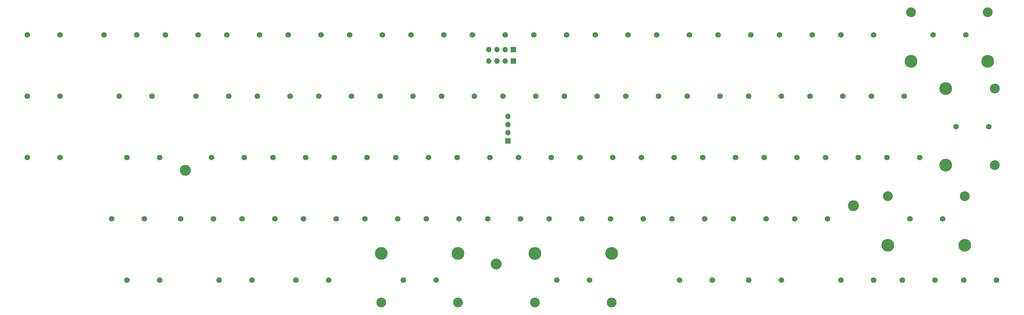
<source format=gbr>
%TF.GenerationSoftware,KiCad,Pcbnew,7.0.7*%
%TF.CreationDate,2023-11-08T12:28:34+01:00*%
%TF.ProjectId,macrolev,6d616372-6f6c-4657-962e-6b696361645f,1.0*%
%TF.SameCoordinates,Original*%
%TF.FileFunction,Soldermask,Top*%
%TF.FilePolarity,Negative*%
%FSLAX46Y46*%
G04 Gerber Fmt 4.6, Leading zero omitted, Abs format (unit mm)*
G04 Created by KiCad (PCBNEW 7.0.7) date 2023-11-08 12:28:34*
%MOMM*%
%LPD*%
G01*
G04 APERTURE LIST*
%ADD10C,1.750000*%
%ADD11C,3.048000*%
%ADD12C,3.987800*%
%ADD13R,1.700000X1.700000*%
%ADD14O,1.700000X1.700000*%
%ADD15C,3.400000*%
G04 APERTURE END LIST*
D10*
%TO.C,( 5*%
X153982500Y-40000000D03*
X164142500Y-40000000D03*
%TD*%
%TO.C,enter*%
X323051250Y-68575000D03*
X333211250Y-68575000D03*
%TD*%
%TO.C,a*%
X87307500Y-59050000D03*
X97467500Y-59050000D03*
%TD*%
%TO.C,e*%
X125407500Y-59050000D03*
X135567500Y-59050000D03*
%TD*%
%TO.C,q*%
X92070000Y-78100000D03*
X102230000Y-78100000D03*
%TD*%
%TO.C,m*%
X263520000Y-78100000D03*
X273680000Y-78100000D03*
%TD*%
%TO.C,; .*%
X234945000Y-97150000D03*
X245105000Y-97150000D03*
%TD*%
%TO.C,j*%
X206370000Y-78100000D03*
X216530000Y-78100000D03*
%TD*%
%TO.C,$ \u002A \u20AC*%
X296857500Y-59050000D03*
X307017500Y-59050000D03*
%TD*%
%TO.C,backspace*%
X315920000Y-40000000D03*
X326080000Y-40000000D03*
%TD*%
%TO.C,y*%
X182557500Y-59050000D03*
X192717500Y-59050000D03*
%TD*%
%TO.C,= +*%
X273045000Y-97150000D03*
X283205000Y-97150000D03*
%TD*%
%TO.C,: /*%
X253995000Y-97150000D03*
X264155000Y-97150000D03*
%TD*%
%TO.C,rshift*%
X308763750Y-97150000D03*
X318923750Y-97150000D03*
%TD*%
D11*
%TO.C,REF\u002A\u002A*%
X216212500Y-123185000D03*
D12*
X216212500Y-107945000D03*
D11*
X192400000Y-123185000D03*
D12*
X192400000Y-107945000D03*
%TD*%
D10*
%TO.C,\u00F9 \u0025*%
X282570000Y-78100000D03*
X292730000Y-78100000D03*
%TD*%
%TO.C,left*%
X287332500Y-116200000D03*
X297492500Y-116200000D03*
%TD*%
%TO.C,f*%
X149220000Y-78100000D03*
X159380000Y-78100000D03*
%TD*%
%TO.C,caps lock*%
X65876250Y-78100000D03*
X76036250Y-78100000D03*
%TD*%
%TO.C,n*%
X196845000Y-97150000D03*
X207005000Y-97150000D03*
%TD*%
%TO.C,` \u00A3*%
X301620000Y-78100000D03*
X311780000Y-78100000D03*
%TD*%
%TO.C,r*%
X144457500Y-59050000D03*
X154617500Y-59050000D03*
%TD*%
%TO.C,t*%
X163507500Y-59050000D03*
X173667500Y-59050000D03*
%TD*%
%TO.C,p*%
X258757500Y-59050000D03*
X268917500Y-59050000D03*
%TD*%
%TO.C,& 1*%
X77782500Y-40000000D03*
X87942500Y-40000000D03*
%TD*%
%TO.C,v*%
X158745000Y-97150000D03*
X168905000Y-97150000D03*
%TD*%
%TO.C,down*%
X306382500Y-116200000D03*
X316542500Y-116200000D03*
%TD*%
%TO.C,- _*%
X287332500Y-40000000D03*
X297492500Y-40000000D03*
%TD*%
%TO.C,c*%
X139695000Y-97150000D03*
X149855000Y-97150000D03*
%TD*%
D11*
%TO.C,REF\u002A\u002A*%
X301937500Y-90165000D03*
D12*
X301937500Y-105405000D03*
D11*
X325750000Y-90165000D03*
D12*
X325750000Y-105405000D03*
%TD*%
D10*
%TO.C,s*%
X111120000Y-78100000D03*
X121280000Y-78100000D03*
%TD*%
%TO.C,d*%
X130170000Y-78100000D03*
X140330000Y-78100000D03*
%TD*%
D11*
%TO.C,REF\u002A\u002A*%
X168587500Y-123185000D03*
D12*
X168587500Y-107945000D03*
D11*
X144775000Y-123185000D03*
D12*
X144775000Y-107945000D03*
%TD*%
D10*
%TO.C,right*%
X325432500Y-116200000D03*
X335592500Y-116200000D03*
%TD*%
%TO.C,ctrl*%
X65876250Y-116200000D03*
X76036250Y-116200000D03*
%TD*%
%TO.C,< >*%
X82545000Y-97150000D03*
X92705000Y-97150000D03*
%TD*%
%TO.C,h*%
X187320000Y-78100000D03*
X197480000Y-78100000D03*
%TD*%
%TO.C,u*%
X201607500Y-59050000D03*
X211767500Y-59050000D03*
%TD*%
%TO.C,i*%
X220657500Y-59050000D03*
X230817500Y-59050000D03*
%TD*%
%TO.C,esc*%
X34920000Y-40000000D03*
X45080000Y-40000000D03*
%TD*%
%TO.C,l*%
X244470000Y-78100000D03*
X254630000Y-78100000D03*
%TD*%
%TO.C,! 8*%
X211132500Y-40000000D03*
X221292500Y-40000000D03*
%TD*%
D11*
%TO.C,REF\u002A\u002A*%
X309081250Y-33015000D03*
D12*
X309081250Y-48255000D03*
D11*
X332893750Y-33015000D03*
D12*
X332893750Y-48255000D03*
%TD*%
D10*
%TO.C,\u002C ?*%
X215895000Y-97150000D03*
X226055000Y-97150000D03*
%TD*%
%TO.C,\u00E9 2*%
X96832500Y-40000000D03*
X106992500Y-40000000D03*
%TD*%
%TO.C,lspace*%
X151601250Y-116200000D03*
X161761250Y-116200000D03*
%TD*%
%TO.C,fn*%
X34920000Y-78100000D03*
X45080000Y-78100000D03*
%TD*%
D12*
%TO.C,REF\u002A\u002A*%
X319876250Y-56668750D03*
X319876250Y-80481250D03*
D11*
X335116250Y-56668750D03*
X335116250Y-80481250D03*
%TD*%
D10*
%TO.C,\u00A7 6*%
X173032500Y-40000000D03*
X183192500Y-40000000D03*
%TD*%
%TO.C,\u00E0 0*%
X249232500Y-40000000D03*
X259392500Y-40000000D03*
%TD*%
%TO.C,option*%
X94451250Y-116200000D03*
X104611250Y-116200000D03*
%TD*%
%TO.C,b*%
X177795000Y-97150000D03*
X187955000Y-97150000D03*
%TD*%
%TO.C,tab*%
X63495000Y-59050000D03*
X73655000Y-59050000D03*
%TD*%
%TO.C," 3*%
X115882500Y-40000000D03*
X126042500Y-40000000D03*
%TD*%
%TO.C,option*%
X258757500Y-116200000D03*
X268917500Y-116200000D03*
%TD*%
%TO.C,w*%
X101595000Y-97150000D03*
X111755000Y-97150000D03*
%TD*%
%TO.C,cmd*%
X118263750Y-116200000D03*
X128423750Y-116200000D03*
%TD*%
%TO.C,' 4*%
X134932500Y-40000000D03*
X145092500Y-40000000D03*
%TD*%
%TO.C,x*%
X120645000Y-97150000D03*
X130805000Y-97150000D03*
%TD*%
%TO.C,g*%
X168270000Y-78100000D03*
X178430000Y-78100000D03*
%TD*%
%TO.C,^ \u00A8*%
X277807500Y-59050000D03*
X287967500Y-59050000D03*
%TD*%
%TO.C,@ #*%
X58732500Y-40000000D03*
X68892500Y-40000000D03*
%TD*%
%TO.C,cmd*%
X237320000Y-116200000D03*
X247480000Y-116200000D03*
%TD*%
%TO.C,lshift*%
X61113750Y-97150000D03*
X71273750Y-97150000D03*
%TD*%
%TO.C,k*%
X225420000Y-78100000D03*
X235580000Y-78100000D03*
%TD*%
%TO.C,fn2*%
X34920000Y-59050000D03*
X45080000Y-59050000D03*
%TD*%
%TO.C,) \u00B0*%
X268282500Y-40000000D03*
X278442500Y-40000000D03*
%TD*%
%TO.C,rspace*%
X199226250Y-116200000D03*
X209386250Y-116200000D03*
%TD*%
%TO.C,\u00E7 9*%
X230182500Y-40000000D03*
X240342500Y-40000000D03*
%TD*%
%TO.C,\u00E8 7*%
X192082500Y-40000000D03*
X202242500Y-40000000D03*
%TD*%
%TO.C,o*%
X239707500Y-59050000D03*
X249867500Y-59050000D03*
%TD*%
%TO.C,z*%
X106357500Y-59050000D03*
X116517500Y-59050000D03*
%TD*%
D13*
%TO.C,J1*%
X185730000Y-44550000D03*
D14*
X183190000Y-44550000D03*
X180650000Y-44550000D03*
X178110000Y-44550000D03*
%TD*%
D15*
%TO.C,REF\u002A\u002A*%
X291200000Y-93100000D03*
%TD*%
D13*
%TO.C,J2*%
X184075000Y-72945000D03*
D14*
X184075000Y-70405000D03*
X184075000Y-67865000D03*
X184075000Y-65325000D03*
%TD*%
D13*
%TO.C,J3*%
X185730000Y-48150000D03*
D14*
X183190000Y-48150000D03*
X180650000Y-48150000D03*
X178110000Y-48150000D03*
%TD*%
D15*
%TO.C,REF\u002A\u002A*%
X84000000Y-82100000D03*
%TD*%
%TO.C,REF\u002A\u002A*%
X180400000Y-111200000D03*
%TD*%
M02*

</source>
